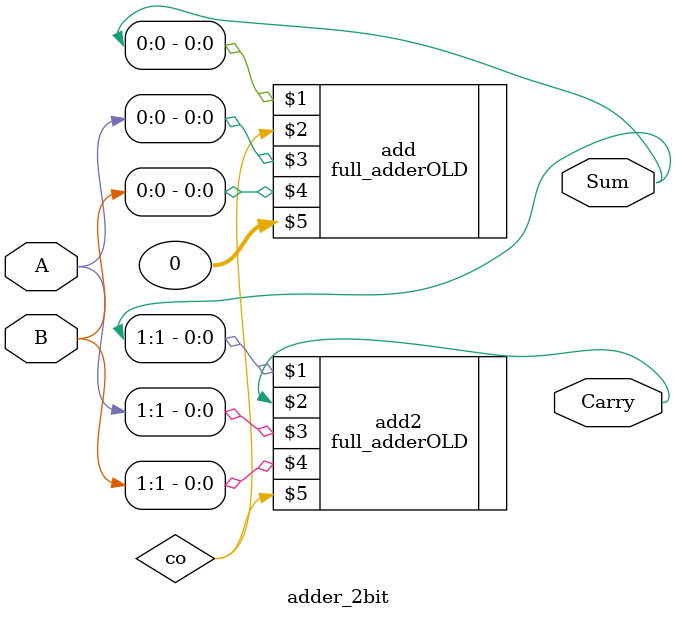
<source format=v>
`timescale 1ns / 1ps
`default_nettype none
module adder_2bit(
output wire Carry, // carry out a 2 bit wire, should this be delcared as a reg?
output wire [1:0] Sum,
input wire[1:0] A,B
);
wire co;
// inside of here I have added the delay
// tried to use a always loop for if A or B changed but got an error
full_adderOLD add(Sum[0],co,A[0],B[0],0);
full_adderOLD add2(Sum[1],Carry,A[1],B[1],co);
//full_adderOLD add2(Sum[1],Carry,A,B);


endmodule

</source>
